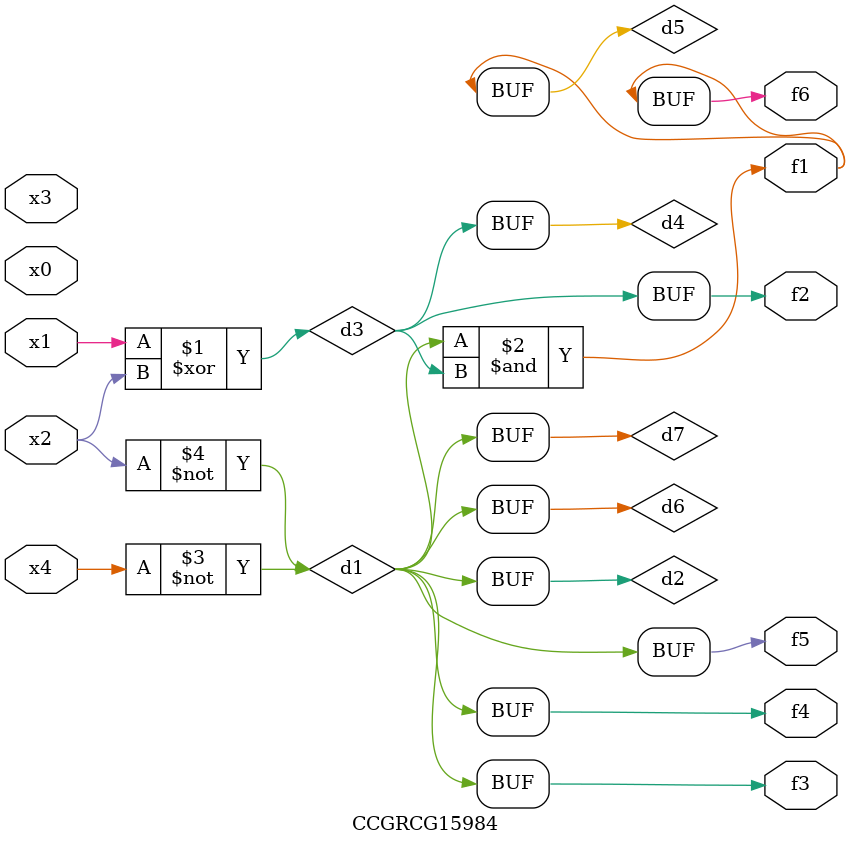
<source format=v>
module CCGRCG15984(
	input x0, x1, x2, x3, x4,
	output f1, f2, f3, f4, f5, f6
);

	wire d1, d2, d3, d4, d5, d6, d7;

	not (d1, x4);
	not (d2, x2);
	xor (d3, x1, x2);
	buf (d4, d3);
	and (d5, d1, d3);
	buf (d6, d1, d2);
	buf (d7, d2);
	assign f1 = d5;
	assign f2 = d4;
	assign f3 = d7;
	assign f4 = d7;
	assign f5 = d7;
	assign f6 = d5;
endmodule

</source>
